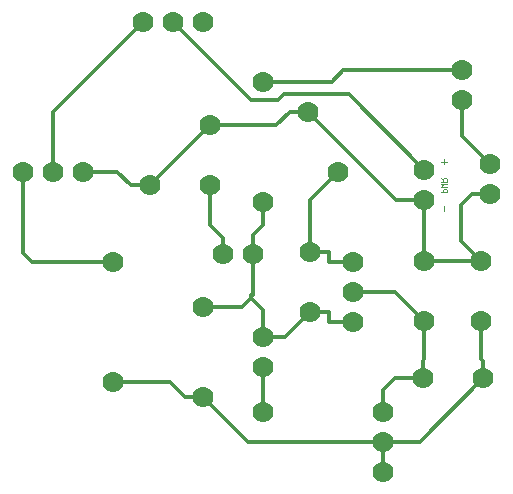
<source format=gbl>
G75*
%MOIN*%
%OFA0B0*%
%FSLAX25Y25*%
%IPPOS*%
%LPD*%
%AMOC8*
5,1,8,0,0,1.08239X$1,22.5*
%
%ADD10C,0.07000*%
%ADD11C,0.00300*%
%ADD12C,0.00200*%
%ADD13C,0.01300*%
D10*
X0051236Y0061236D03*
X0081236Y0056236D03*
X0101236Y0051236D03*
X0101236Y0066236D03*
X0101236Y0076236D03*
X0116972Y0084622D03*
X0131236Y0081236D03*
X0131236Y0091236D03*
X0131236Y0101236D03*
X0116972Y0104622D03*
X0101236Y0121236D03*
X0097957Y0103677D03*
X0087957Y0103677D03*
X0081236Y0086236D03*
X0051236Y0101236D03*
X0063653Y0126749D03*
X0083653Y0126749D03*
X0083653Y0146749D03*
X0101236Y0161236D03*
X0116236Y0151236D03*
X0126236Y0131236D03*
X0155161Y0131906D03*
X0155161Y0121906D03*
X0155161Y0101472D03*
X0155161Y0081472D03*
X0174059Y0081472D03*
X0174059Y0101472D03*
X0177096Y0123874D03*
X0177096Y0133874D03*
X0167760Y0154976D03*
X0167760Y0164976D03*
X0081236Y0181236D03*
X0071236Y0181236D03*
X0061236Y0181236D03*
X0041236Y0131236D03*
X0031236Y0131236D03*
X0021236Y0131236D03*
X0141236Y0051236D03*
X0141236Y0041236D03*
X0141236Y0031236D03*
X0154610Y0062339D03*
X0174610Y0062339D03*
D11*
X0161663Y0118214D02*
X0161663Y0119958D01*
X0161663Y0133714D02*
X0161663Y0135458D01*
X0162534Y0134586D02*
X0160791Y0134586D01*
D12*
X0160791Y0129061D02*
X0161372Y0128480D01*
X0161372Y0128770D02*
X0161372Y0127899D01*
X0160791Y0127899D02*
X0162533Y0127899D01*
X0162533Y0128770D01*
X0162243Y0129061D01*
X0161662Y0129061D01*
X0161372Y0128770D01*
X0160791Y0127274D02*
X0162533Y0127274D01*
X0162533Y0126112D02*
X0160791Y0126112D01*
X0161372Y0126693D01*
X0160791Y0127274D01*
X0161662Y0125486D02*
X0161372Y0125196D01*
X0161372Y0124325D01*
X0160791Y0124325D02*
X0162533Y0124325D01*
X0162533Y0125196D01*
X0162243Y0125486D01*
X0161662Y0125486D01*
D13*
X0155161Y0121906D02*
X0145567Y0121906D01*
X0116236Y0151236D01*
X0110236Y0151236D01*
X0105749Y0146749D01*
X0083653Y0146749D01*
X0063653Y0126749D01*
X0057236Y0126749D01*
X0052749Y0131236D01*
X0041236Y0131236D01*
X0031236Y0131236D02*
X0031236Y0151236D01*
X0061236Y0181236D01*
X0071236Y0181236D02*
X0097236Y0155236D01*
X0106236Y0155236D01*
X0108236Y0157236D01*
X0129831Y0157236D01*
X0155161Y0131906D01*
X0155161Y0121906D02*
X0155161Y0101472D01*
X0174059Y0101472D01*
X0167236Y0108295D01*
X0167236Y0120236D01*
X0170874Y0123874D01*
X0177096Y0123874D01*
X0177096Y0133874D02*
X0167760Y0143210D01*
X0167760Y0154976D01*
X0167760Y0164976D02*
X0127976Y0164976D01*
X0124236Y0161236D01*
X0101236Y0161236D01*
X0126236Y0131236D02*
X0116972Y0121972D01*
X0116972Y0104622D01*
X0123236Y0104622D01*
X0123236Y0101236D01*
X0131236Y0101236D01*
X0131236Y0091236D02*
X0145398Y0091236D01*
X0155161Y0081472D01*
X0155161Y0068787D01*
X0154610Y0068236D01*
X0154610Y0062339D01*
X0145236Y0062339D01*
X0141236Y0058338D01*
X0141236Y0051236D01*
X0141236Y0041236D02*
X0096236Y0041236D01*
X0081236Y0056236D01*
X0075236Y0056236D01*
X0070236Y0061236D01*
X0051237Y0061236D01*
X0081236Y0086236D02*
X0094236Y0086236D01*
X0097236Y0089236D01*
X0101236Y0085236D01*
X0101236Y0076236D01*
X0108587Y0076236D01*
X0116972Y0084622D01*
X0123236Y0084622D01*
X0123236Y0081236D01*
X0131237Y0081236D01*
X0101236Y0066236D02*
X0101236Y0051236D01*
X0097236Y0089236D02*
X0097236Y0090236D01*
X0097957Y0090236D01*
X0097957Y0103677D01*
X0097957Y0110236D01*
X0101237Y0113516D01*
X0101237Y0121236D01*
X0087957Y0109236D02*
X0083653Y0113540D01*
X0083653Y0126749D01*
X0087957Y0109236D02*
X0087957Y0103677D01*
X0051236Y0101236D02*
X0024236Y0101236D01*
X0021236Y0104236D01*
X0021236Y0131236D01*
X0141236Y0041236D02*
X0141236Y0031236D01*
X0141236Y0041236D02*
X0153508Y0041236D01*
X0174610Y0062339D01*
X0174610Y0068236D01*
X0174059Y0068787D01*
X0174059Y0081472D01*
M02*

</source>
